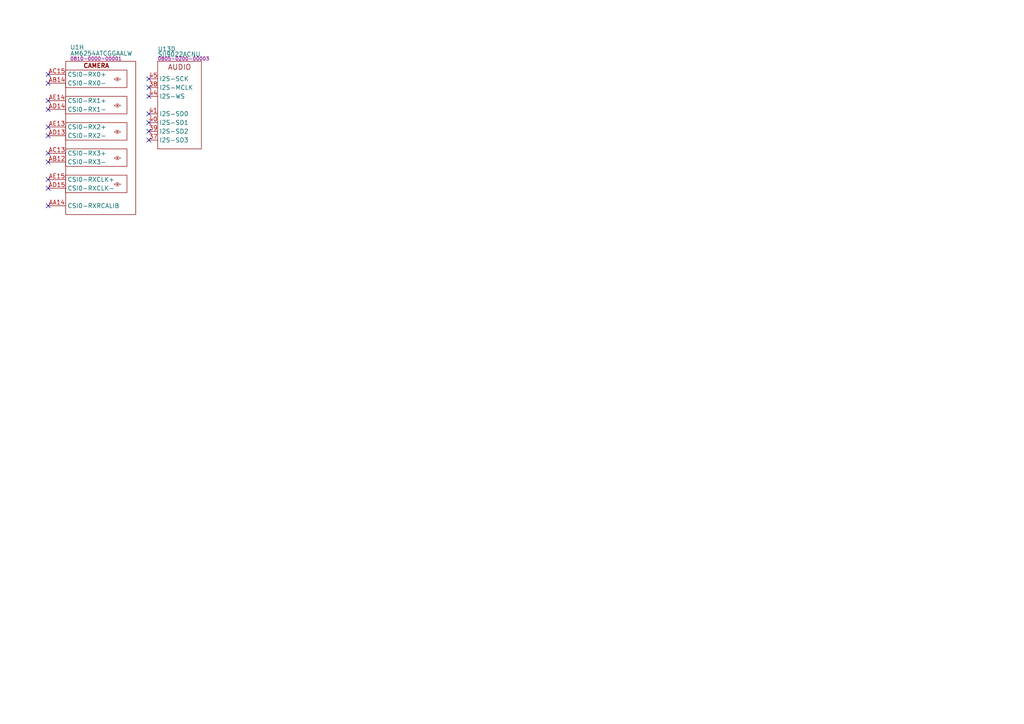
<source format=kicad_sch>
(kicad_sch (version 20250114) (generator "eeschema") (generator_version "9.0")
  (paper "A4")
  (title_block (title "Benchy Motherboard AM65 - Unused Blocks") (rev "REV1") (company "Daxxn Industries") (comment 4 "Small net labels (≤0.65) are for clarity and do not connect to other nets."))
  (lib_symbols
    (symbol "DX_IC_Interface_HDMI:SII9022ACNU"
      (property "Reference" "U" (at 0 3.556 0))
      (property "Value" "SII9022ACNU" (at 0 2.032 0))
      (property "PartNumber" "0805-0200-00003" (at 0 0.762 0))
      (symbol "SII9022ACNU_1_0"
        (pin power_in line (at -2.54 -5.08 0) (length 2.54) (hide yes) (name "VCC-IO") (number "21"))
        (pin power_in line (at -2.54 -5.08 0) (length 2.54) (name "VCC-IO") (number "3"))
        (pin power_in line (at -2.54 -5.08 0) (length 2.54) (hide yes) (name "VCC-IO") (number "46"))
        (pin power_in line (at -2.54 -12.7 0) (length 2.54) (hide yes) (name "VCC-CORE") (number "12"))
        (pin power_in line (at -2.54 -12.7 0) (length 2.54) (hide yes) (name "VCC-CORE") (number "26"))
        (pin power_in line (at -2.54 -12.7 0) (length 2.54) (hide yes) (name "VCC-CORE") (number "42"))
        (pin power_in line (at -2.54 -12.7 0) (length 2.54) (hide yes) (name "VCC-CORE") (number "47"))
        (pin power_in line (at -2.54 -12.7 0) (length 2.54) (name "VCC-CORE") (number "5"))
        (pin power_in line (at -2.54 -12.7 0) (length 2.54) (hide yes) (name "VCC-CORE") (number "53"))
        (pin power_in line (at -2.54 -20.32 0) (length 2.54) (name "AVCC") (number "60"))
        (pin power_in line (at -2.54 -20.32 0) (length 2.54) (hide yes) (name "AVCC") (number "66"))
        (pin power_in line (at -2.54 -30.48 0) (length 2.54) (name "GND-CORE") (number "43"))
        (pin power_in line (at -2.54 -30.48 0) (length 2.54) (name "GND-CORE") (number "73"))
        (pin power_in line (at -2.54 -33.02 0) (length 2.54) (name "GND-IO") (number "57"))
        (pin power_in line (at -2.54 -35.56 0) (length 2.54) (name "AGND") (number "63"))
      )
      (symbol "SII9022ACNU_1_1"
        (text "x2" (at 5.842 -20.32 0) (effects (font (size 1.27 1.27)) (justify left)))
        (text "POWER" (at 7.62 -2.54 0) (effects (font (size 1.5 1.5)) (justify bottom)))
        (text "x3" (at 8.128 -5.08 0) (effects (font (size 1.27 1.27)) (justify left)))
        (text "x6" (at 10.16 -12.7 0) (effects (font (size 1.27 1.27)) (justify left)))
      )
      (symbol "SII9022ACNU_2_0"
        (pin input line (at -2.54 -5.08 0) (length 2.54) (name "~{RESET}") (number "51"))
        (pin output line (at -2.54 -8.89 0) (length 2.54) (name "INT") (number "52"))
        (pin passive line (at -2.54 -17.78 0) (length 2.54) (name "VDDQ") (number "70"))
        (pin passive line (at -2.54 -21.59 0) (length 2.54) (name "RSVDL") (number "55"))
        (pin bidirectional line (at 27.94 -5.08 180) (length 2.54) (name "CSCL") (number "1"))
        (pin bidirectional line (at 27.94 -8.89 180) (length 2.54) (name "CSDA") (number "2"))
        (pin input line (at 27.94 -13.97 180) (length 2.54) (name "IO-SEL") (number "69"))
        (pin input line (at 27.94 -16.51 180) (length 2.54) (name "CI2CA") (number "72"))
        (pin input line (at 27.94 -21.59 180) (length 2.54) (name "EXT-SWING") (number "56"))
      )
      (symbol "SII9022ACNU_2_1"
        (text "CTRL" (at 12.7 -2.54 0) (effects (font (size 1.5 1.5)) (justify bottom)))
      )
      (symbol "SII9022ACNU_3_0"
        (pin input line (at -2.54 -5.08 0) (length 2.54) (name "D0") (number "32"))
        (pin input line (at -2.54 -7.62 0) (length 2.54) (name "D1") (number "31"))
        (pin input line (at -2.54 -10.16 0) (length 2.54) (name "D2") (number "30"))
        (pin input line (at -2.54 -12.7 0) (length 2.54) (name "D3") (number "29"))
        (pin input line (at -2.54 -15.24 0) (length 2.54) (name "D4") (number "28"))
        (pin input line (at -2.54 -17.78 0) (length 2.54) (name "D5") (number "27"))
        (pin input line (at -2.54 -20.32 0) (length 2.54) (name "D6") (number "25"))
        (pin input line (at -2.54 -22.86 0) (length 2.54) (name "D7") (number "24"))
        (pin input line (at -2.54 -25.4 0) (length 2.54) (name "D8") (number "23"))
        (pin input line (at -2.54 -27.94 0) (length 2.54) (name "D9") (number "20"))
        (pin input line (at -2.54 -30.48 0) (length 2.54) (name "D10") (number "19"))
        (pin input line (at -2.54 -33.02 0) (length 2.54) (name "D11") (number "18"))
        (pin input line (at -2.54 -35.56 0) (length 2.54) (name "D12") (number "17"))
        (pin input line (at -2.54 -38.1 0) (length 2.54) (name "D13") (number "16"))
        (pin input line (at -2.54 -40.64 0) (length 2.54) (name "D14") (number "15"))
        (pin input line (at -2.54 -43.18 0) (length 2.54) (name "D15") (number "14"))
        (pin input line (at -2.54 -45.72 0) (length 2.54) (name "D16") (number "13"))
        (pin input line (at -2.54 -48.26 0) (length 2.54) (name "D17") (number "11"))
        (pin input line (at -2.54 -50.8 0) (length 2.54) (name "D18") (number "10"))
        (pin input line (at -2.54 -53.34 0) (length 2.54) (name "D19") (number "9"))
        (pin input line (at -2.54 -55.88 0) (length 2.54) (name "D20") (number "8"))
        (pin input line (at -2.54 -58.42 0) (length 2.54) (name "D21") (number "7"))
        (pin input line (at -2.54 -60.96 0) (length 2.54) (name "D22") (number "6"))
        (pin input line (at -2.54 -63.5 0) (length 2.54) (name "D23") (number "4"))
        (pin input line (at -2.54 -66.04 0) (length 2.54) (name "IDCK") (number "22"))
        (pin input line (at -2.54 -68.58 0) (length 2.54) (name "DE") (number "33"))
        (pin input line (at -2.54 -71.12 0) (length 2.54) (name "HSYNC") (number "34"))
        (pin input line (at -2.54 -73.66 0) (length 2.54) (name "VSYNC") (number "35"))
        (pin bidirectional line (at -2.54 -78.74 0) (length 2.54) (name "CEC-D") (number "50"))
        (pin output line (at 27.94 -5.08 180) (length 2.54) (name "TXC+") (number "59"))
        (pin output line (at 27.94 -7.62 180) (length 2.54) (name "TXC-") (number "58"))
        (pin output line (at 27.94 -12.7 180) (length 2.54) (name "TX0+") (number "62"))
        (pin output line (at 27.94 -15.24 180) (length 2.54) (name "TX0-") (number "61"))
        (pin output line (at 27.94 -20.32 180) (length 2.54) (name "TX1+") (number "65"))
        (pin output line (at 27.94 -22.86 180) (length 2.54) (name "TX1-") (number "64"))
        (pin output line (at 27.94 -27.94 180) (length 2.54) (name "TX2+") (number "68"))
        (pin output line (at 27.94 -30.48 180) (length 2.54) (name "TX2-") (number "67"))
        (pin bidirectional line (at 27.94 -38.1 180) (length 2.54) (name "DSCL") (number "49"))
        (pin bidirectional line (at 27.94 -40.64 180) (length 2.54) (name "DSDA") (number "48"))
        (pin bidirectional line (at 27.94 -45.72 180) (length 2.54) (name "CEC-A") (number "71"))
        (pin input line (at 27.94 -50.8 180) (length 2.54) (name "HPD") (number "54"))
        (pin input line (at 27.94 -58.42 180) (length 2.54) (name "SPDIF") (number "36"))
      )
      (symbol "SII9022ACNU_3_1"
        (text "DISPLAY" (at 12.7 -2.54 0) (effects (font (size 1.5 1.5)) (justify bottom)))
      )
      (symbol "SII9022ACNU_4_0"
        (pin input line (at -2.54 -5.08 0) (length 2.54) (name "I2S-SCK") (number "45"))
        (pin input line (at -2.54 -7.62 0) (length 2.54) (name "I2S-MCLK") (number "38"))
        (pin input line (at -2.54 -10.16 0) (length 2.54) (name "I2S-WS") (number "44"))
        (pin input line (at -2.54 -15.24 0) (length 2.54) (name "I2S-SD0") (number "41"))
        (pin input line (at -2.54 -17.78 0) (length 2.54) (name "I2S-SD1") (number "40"))
        (pin input line (at -2.54 -20.32 0) (length 2.54) (name "I2S-SD2") (number "39"))
        (pin input line (at -2.54 -22.86 0) (length 2.54) (name "I2S-SD3") (number "37"))
      )
      (symbol "SII9022ACNU_4_1"
        (text "AUDIO" (at 6.35 -2.54 0) (effects (font (size 1.5 1.5)) (justify bottom)))
      )
    )
    (symbol "DX_IC_MPU:AM6254ATCGGAALW"
      (property "Reference" "U" (at 0 3.556 0))
      (property "Value" "AM6254ATCGGAALW" (at 0 2.032 0))
      (property "PartNumber" "0810-0000-00001" (at 0 0.762 0))
      (symbol "AM6254ATCGGAALW_1_1"
        (text "x62" (at 5.08 -116.84 0) (effects (font (size 1.27 1.27)) (justify left)))
        (text "x2" (at 9.144 -10.16 0) (effects (font (size 1.27 1.27)) (justify left)))
        (text "x2" (at 9.144 -12.7 0) (effects (font (size 1.27 1.27)) (justify left)))
        (text "x2" (at 9.144 -15.24 0) (effects (font (size 1.27 1.27)) (justify left)))
        (text "x4" (at 9.144 -17.78 0) (effects (font (size 1.27 1.27)) (justify left)))
        (text "x4" (at 10.16 -66.04 0) (effects (font (size 1.27 1.27)) (justify left)))
        (text "x17" (at 10.16 -71.12 0) (effects (font (size 1.27 1.27)) (justify left)))
        (text "x8" (at 11.176 -73.66 0) (effects (font (size 1.27 1.27)) (justify left)))
        (text "x2" (at 12.446 -27.94 0) (effects (font (size 1.27 1.27)) (justify left)))
        (text "POWER" (at 12.7 -2.54 0) (effects (font (size 2 2) (bold yes))))
        (text "x2" (at 16.764 -53.34 0) (effects (font (size 1.27 1.27)) (justify left)))
        (pin power_in line (at -5.08 -5.08 0) (length 5.08) (name "VDDA-3P3-USB") (number "Y13"))
        (pin power_in line (at -5.08 -10.16 0) (length 5.08) (name "VDDSHV0") (number "F15"))
        (pin power_in line (at -5.08 -10.16 0) (length 5.08) (hide yes) (name "VDDSHV0") (number "G14"))
        (pin power_in line (at -5.08 -12.7 0) (length 5.08) (hide yes) (name "VDDSHV1") (number "L18"))
        (pin power_in line (at -5.08 -12.7 0) (length 5.08) (name "VDDSHV1") (number "M19"))
        (pin power_in line (at -5.08 -15.24 0) (length 5.08) (hide yes) (name "VDDSHV2") (number "W16"))
        (pin power_in line (at -5.08 -15.24 0) (length 5.08) (name "VDDSHV2") (number "W19"))
        (pin power_in line (at -5.08 -17.78 0) (length 5.08) (hide yes) (name "VDDSHV3") (number "N18"))
        (pin power_in line (at -5.08 -17.78 0) (length 5.08) (hide yes) (name "VDDSHV3") (number "P18"))
        (pin power_in line (at -5.08 -17.78 0) (length 5.08) (name "VDDSHV3") (number "T19"))
        (pin power_in line (at -5.08 -17.78 0) (length 5.08) (hide yes) (name "VDDSHV3") (number "U18"))
        (pin power_in line (at -5.08 -20.32 0) (length 5.08) (name "VDDSHV4") (number "T7"))
        (pin power_in line (at -5.08 -22.86 0) (length 5.08) (name "VDDSHV5") (number "G17"))
        (pin power_in line (at -5.08 -25.4 0) (length 5.08) (name "VDDSHV6") (number "J18"))
        (pin power_in line (at -5.08 -27.94 0) (length 5.08) (name "VDDSHV-MCU") (number "F11"))
        (pin power_in line (at -5.08 -27.94 0) (length 5.08) (hide yes) (name "VDDSHV-MCU") (number "G12"))
        (pin power_in line (at -5.08 -30.48 0) (length 5.08) (name "VDDSHV-CANUART") (number "H9"))
        (pin power_in line (at -5.08 -35.56 0) (length 5.08) (name "VDDA-MCU") (number "L11"))
        (pin power_in line (at -5.08 -38.1 0) (length 5.08) (name "VDDA-PLL0") (number "U11"))
        (pin power_in line (at -5.08 -40.64 0) (length 5.08) (name "VDDA-PLL1") (number "U15"))
        (pin power_in line (at -5.08 -43.18 0) (length 5.08) (name "VDDA-PLL2") (number "L14"))
        (pin power_in line (at -5.08 -45.72 0) (length 5.08) (name "VDDA-TEMP0") (number "T9"))
        (pin power_in line (at -5.08 -48.26 0) (length 5.08) (name "VDDA-TEMP1") (number "G16"))
        (pin power_in line (at -5.08 -50.8 0) (length 5.08) (name "VDDA-1P8-CSIRX0") (number "W14"))
        (pin power_in line (at -5.08 -53.34 0) (length 5.08) (name "VDDA-1P8-OLDI0") (number "W10"))
        (pin power_in line (at -5.08 -53.34 0) (length 5.08) (hide yes) (name "VDDA-1P8-OLDI0") (number "W9"))
        (pin power_in line (at -5.08 -55.88 0) (length 5.08) (name "VDDA-1P8-USB") (number "Y11"))
        (pin power_in line (at -5.08 -58.42 0) (length 5.08) (name "VDDS-OSC0") (number "G7"))
        (pin power_in line (at -5.08 -63.5 0) (length 5.08) (name "VDDS-DDR-C") (number "M9"))
        (pin power_in line (at -5.08 -66.04 0) (length 5.08) (name "VDDS-DDR") (number "K9"))
        (pin power_in line (at -5.08 -66.04 0) (length 5.08) (hide yes) (name "VDDS-DDR") (number "L8"))
        (pin power_in line (at -5.08 -66.04 0) (length 5.08) (hide yes) (name "VDDS-DDR") (number "P9"))
        (pin power_in line (at -5.08 -66.04 0) (length 5.08) (hide yes) (name "VDDS-DDR") (number "R8"))
        (pin power_in line (at -5.08 -71.12 0) (length 5.08) (name "VDD_CORE") (number "H8"))
        (pin power_in line (at -5.08 -71.12 0) (length 5.08) (hide yes) (name "VDD_CORE") (number "J11"))
        (pin power_in line (at -5.08 -71.12 0) (length 5.08) (hide yes) (name "VDD_CORE") (number "J14"))
        (pin power_in line (at -5.08 -71.12 0) (length 5.08) (hide yes) (name "VDD_CORE") (number "K17"))
        (pin power_in line (at -5.08 -71.12 0) (length 5.08) (hide yes) (name "VDD_CORE") (number "L12"))
        (pin power_in line (at -5.08 -71.12 0) (length 5.08) (hide yes) (name "VDD_CORE") (number "L15"))
        (pin power_in line (at -5.08 -71.12 0) (length 5.08) (hide yes) (name "VDD_CORE") (number "M16"))
        (pin power_in line (at -5.08 -71.12 0) (length 5.08) (hide yes) (name "VDD_CORE") (number "N11"))
        (pin power_in line (at -5.08 -71.12 0) (length 5.08) (hide yes) (name "VDD_CORE") (number "N13"))
        (pin power_in line (at -5.08 -71.12 0) (length 5.08) (hide yes) (name "VDD_CORE") (number "N8"))
        (pin power_in line (at -5.08 -71.12 0) (length 5.08) (hide yes) (name "VDD_CORE") (number "P17"))
        (pin power_in line (at -5.08 -71.12 0) (length 5.08) (hide yes) (name "VDD_CORE") (number "R11"))
        (pin power_in line (at -5.08 -71.12 0) (length 5.08) (hide yes) (name "VDD_CORE") (number "R14"))
        (pin power_in line (at -5.08 -71.12 0) (length 5.08) (hide yes) (name "VDD_CORE") (number "U12"))
        (pin power_in line (at -5.08 -71.12 0) (length 5.08) (hide yes) (name "VDD_CORE") (number "V15"))
        (pin power_in line (at -5.08 -71.12 0) (length 5.08) (hide yes) (name "VDD_CORE") (number "V17"))
        (pin power_in line (at -5.08 -71.12 0) (length 5.08) (hide yes) (name "VDD_CORE") (number "V8"))
        (pin power_in line (at -5.08 -73.66 0) (length 5.08) (name "VDDR-CORE") (number "J12"))
        (pin power_in line (at -5.08 -73.66 0) (length 5.08) (hide yes) (name "VDDR-CORE") (number "K16"))
        (pin power_in line (at -5.08 -73.66 0) (length 5.08) (hide yes) (name "VDDR-CORE") (number "N12"))
        (pin power_in line (at -5.08 -73.66 0) (length 5.08) (hide yes) (name "VDDR-CORE") (number "N14"))
        (pin power_in line (at -5.08 -73.66 0) (length 5.08) (hide yes) (name "VDDR-CORE") (number "P16"))
        (pin power_in line (at -5.08 -73.66 0) (length 5.08) (hide yes) (name "VDDR-CORE") (number "R12"))
        (pin power_in line (at -5.08 -73.66 0) (length 5.08) (hide yes) (name "VDDR-CORE") (number "T10"))
        (pin power_in line (at -5.08 -73.66 0) (length 5.08) (hide yes) (name "VDDR-CORE") (number "U14"))
        (pin power_in line (at -5.08 -76.2 0) (length 5.08) (name "VDD-CANUART") (number "F8"))
        (pin power_in line (at -5.08 -78.74 0) (length 5.08) (name "VDDA-CORE-CSIRX0") (number "W13"))
        (pin power_in line (at -5.08 -81.28 0) (length 5.08) (name "VDDA-CORE-USB") (number "W12"))
        (pin power_in line (at -5.08 -86.36 0) (length 5.08) (name "CAP-VDDS-CANUART") (number "G9"))
        (pin power_in line (at -5.08 -88.9 0) (length 5.08) (name "CAP-VDDS0") (number "H15"))
        (pin power_in line (at -5.08 -91.44 0) (length 5.08) (name "CAP-VDDS1") (number "K18"))
        (pin power_in line (at -5.08 -93.98 0) (length 5.08) (name "CAP-VDDS2") (number "W17"))
        (pin power_in line (at -5.08 -96.52 0) (length 5.08) (name "CAP-VDDS3") (number "P19"))
        (pin power_in line (at -5.08 -99.06 0) (length 5.08) (name "CAP-VDDS4") (number "U7"))
        (pin power_in line (at -5.08 -101.6 0) (length 5.08) (name "CAP-VDDS5") (number "H17"))
        (pin power_in line (at -5.08 -104.14 0) (length 5.08) (name "CAP-VDDS6") (number "J19"))
        (pin power_in line (at -5.08 -106.68 0) (length 5.08) (name "CAP-VDDS-MCU") (number "H11"))
        (pin power_in line (at -5.08 -116.84 0) (length 5.08) (name "VSS") (number "A1"))
        (pin power_in line (at -5.08 -116.84 0) (length 5.08) (hide yes) (name "VSS") (number "A24"))
        (pin power_in line (at -5.08 -116.84 0) (length 5.08) (hide yes) (name "VSS") (number "A25"))
        (pin power_in line (at -5.08 -116.84 0) (length 5.08) (hide yes) (name "VSS") (number "AA11"))
        (pin power_in line (at -5.08 -116.84 0) (length 5.08) (hide yes) (name "VSS") (number "AB9"))
        (pin power_in line (at -5.08 -116.84 0) (length 5.08) (hide yes) (name "VSS") (number "AD1"))
        (pin power_in line (at -5.08 -116.84 0) (length 5.08) (hide yes) (name "VSS") (number "AD12"))
        (pin power_in line (at -5.08 -116.84 0) (length 5.08) (hide yes) (name "VSS") (number "AD16"))
        (pin power_in line (at -5.08 -116.84 0) (length 5.08) (hide yes) (name "VSS") (number "AD25"))
        (pin power_in line (at -5.08 -116.84 0) (length 5.08) (hide yes) (name "VSS") (number "AD9"))
        (pin power_in line (at -5.08 -116.84 0) (length 5.08) (hide yes) (name "VSS") (number "AE1"))
        (pin power_in line (at -5.08 -116.84 0) (length 5.08) (hide yes) (name "VSS") (number "AE12"))
        (pin power_in line (at -5.08 -116.84 0) (length 5.08) (hide yes) (name "VSS") (number "AE16"))
        (pin power_in line (at -5.08 -116.84 0) (length 5.08) (hide yes) (name "VSS") (number "AE24"))
        (pin power_in line (at -5.08 -116.84 0) (length 5.08) (hide yes) (name "VSS") (number "AE25"))
        (pin power_in line (at -5.08 -116.84 0) (length 5.08) (hide yes) (name "VSS") (number "AE8"))
        (pin power_in line (at -5.08 -116.84 0) (length 5.08) (hide yes) (name "VSS") (number "B25"))
        (pin power_in line (at -5.08 -116.84 0) (length 5.08) (hide yes) (name "VSS") (number "F13"))
        (pin power_in line (at -5.08 -116.84 0) (length 5.08) (hide yes) (name "VSS") (number "G13"))
        (pin power_in line (at -5.08 -116.84 0) (length 5.08) (hide yes) (name "VSS") (number "G19"))
        (pin power_in line (at -5.08 -116.84 0) (length 5.08) (hide yes) (name "VSS") (number "H13"))
        (pin power_in line (at -5.08 -116.84 0) (length 5.08) (hide yes) (name "VSS") (number "H16"))
        (pin power_in line (at -5.08 -116.84 0) (length 5.08) (hide yes) (name "VSS") (number "H18"))
        (pin power_in line (at -5.08 -116.84 0) (length 5.08) (hide yes) (name "VSS") (number "H20"))
        (pin power_in line (at -5.08 -116.84 0) (length 5.08) (hide yes) (name "VSS") (number "J13"))
        (pin power_in line (at -5.08 -116.84 0) (length 5.08) (hide yes) (name "VSS") (number "J7"))
        (pin power_in line (at -5.08 -116.84 0) (length 5.08) (hide yes) (name "VSS") (number "K13"))
        (pin power_in line (at -5.08 -116.84 0) (length 5.08) (hide yes) (name "VSS") (number "K15"))
        (pin power_in line (at -5.08 -116.84 0) (length 5.08) (hide yes) (name "VSS") (number "K19"))
        (pin power_in line (at -5.08 -116.84 0) (length 5.08) (hide yes) (name "VSS") (number "K7"))
        (pin power_in line (at -5.08 -116.84 0) (length 5.08) (hide yes) (name "VSS") (number "L20"))
        (pin power_in line (at -5.08 -116.84 0) (length 5.08) (hide yes) (name "VSS") (number "M10"))
        (pin power_in line (at -5.08 -116.84 0) (length 5.08) (hide yes) (name "VSS") (number "M12"))
        (pin power_in line (at -5.08 -116.84 0) (length 5.08) (hide yes) (name "VSS") (number "M13"))
        (pin power_in line (at -5.08 -116.84 0) (length 5.08) (hide yes) (name "VSS") (number "M17"))
        (pin power_in line (at -5.08 -116.84 0) (length 5.08) (hide yes) (name "VSS") (number "M18"))
        (pin power_in line (at -5.08 -116.84 0) (length 5.08) (hide yes) (name "VSS") (number "M7"))
        (pin power_in line (at -5.08 -116.84 0) (length 5.08) (hide yes) (name "VSS") (number "M8"))
        (pin power_in line (at -5.08 -116.84 0) (length 5.08) (hide yes) (name "VSS") (number "N15"))
        (pin power_in line (at -5.08 -116.84 0) (length 5.08) (hide yes) (name "VSS") (number "P10"))
        (pin power_in line (at -5.08 -116.84 0) (length 5.08) (hide yes) (name "VSS") (number "P13"))
        (pin power_in line (at -5.08 -116.84 0) (length 5.08) (hide yes) (name "VSS") (number "P7"))
        (pin power_in line (at -5.08 -116.84 0) (length 5.08) (hide yes) (name "VSS") (number "R13"))
        (pin power_in line (at -5.08 -116.84 0) (length 5.08) (hide yes) (name "VSS") (number "R15"))
        (pin power_in line (at -5.08 -116.84 0) (length 5.08) (hide yes) (name "VSS") (number "R18"))
        (pin power_in line (at -5.08 -116.84 0) (length 5.08) (hide yes) (name "VSS") (number "R20"))
        (pin power_in line (at -5.08 -116.84 0) (length 5.08) (hide yes) (name "VSS") (number "T13"))
        (pin power_in line (at -5.08 -116.84 0) (length 5.08) (hide yes) (name "VSS") (number "T14"))
        (pin power_in line (at -5.08 -116.84 0) (length 5.08) (hide yes) (name "VSS") (number "T16"))
        (pin power_in line (at -5.08 -116.84 0) (length 5.08) (hide yes) (name "VSS") (number "T17"))
        (pin power_in line (at -5.08 -116.84 0) (length 5.08) (hide yes) (name "VSS") (number "T18"))
        (pin power_in line (at -5.08 -116.84 0) (length 5.08) (hide yes) (name "VSS") (number "T8"))
        (pin power_in line (at -5.08 -116.84 0) (length 5.08) (hide yes) (name "VSS") (number "U19"))
        (pin power_in line (at -5.08 -116.84 0) (length 5.08) (hide yes) (name "VSS") (number "U8"))
        (pin power_in line (at -5.08 -116.84 0) (length 5.08) (hide yes) (name "VSS") (number "V10"))
        (pin power_in line (at -5.08 -116.84 0) (length 5.08) (hide yes) (name "VSS") (number "V11"))
        (pin power_in line (at -5.08 -116.84 0) (length 5.08) (hide yes) (name "VSS") (number "V13"))
        (pin power_in line (at -5.08 -116.84 0) (length 5.08) (hide yes) (name "VSS") (number "V16"))
        (pin power_in line (at -5.08 -116.84 0) (length 5.08) (hide yes) (name "VSS") (number "V18"))
        (pin power_in line (at -5.08 -116.84 0) (length 5.08) (hide yes) (name "VSS") (number "V9"))
        (pin power_in line (at -5.08 -116.84 0) (length 5.08) (hide yes) (name "VSS") (number "W7"))
        (pin power_in line (at -5.08 -116.84 0) (length 5.08) (hide yes) (name "VSS") (number "Y2"))
        (pin no_connect line (at 11.43 38.1 0) (length 5.08) (hide yes) (name "RSVD0") (number "B1"))
        (pin no_connect line (at 11.43 35.56 0) (length 5.08) (hide yes) (name "RSVD1") (number "A2"))
        (pin no_connect line (at 11.43 33.02 0) (length 5.08) (hide yes) (name "RSVD2") (number "F6"))
        (pin no_connect line (at 11.43 30.48 0) (length 5.08) (hide yes) (name "RSVD3") (number "AE2"))
        (pin no_connect line (at 11.43 27.94 0) (length 5.08) (hide yes) (name "RSVD4") (number "T2"))
        (pin no_connect line (at 11.43 25.4 0) (length 5.08) (hide yes) (name "RSVD5") (number "U4"))
        (pin no_connect line (at 11.43 22.86 0) (length 5.08) (hide yes) (name "RSVD6") (number "AA12"))
        (pin no_connect line (at 11.43 20.32 0) (length 5.08) (hide yes) (name "RSVD7") (number "Y15"))
        (pin no_connect line (at 11.43 17.78 0) (length 5.08) (hide yes) (name "RSVD8") (number "E7"))
        (pin power_in line (at 30.48 -6.35 180) (length 5.08) (name "VPP") (number "J8"))
      )
      (symbol "AM6254ATCGGAALW_2_1"
        (text "CONTROL" (at 19.05 -1.27 0) (effects (font (size 1.27 1.27) (bold yes))))
        (text "MCU" (at 19.05 -24.384 0) (effects (font (size 1.27 1.27) (bold yes))))
        (pin input line (at -5.08 -3.81 0) (length 5.08) (name "~{RESET-REQ}") (number "F20"))
        (pin input line (at -5.08 -6.35 0) (length 5.08) (name "MCU-~{RESET}") (number "E11"))
        (pin input line (at -5.08 -11.43 0) (length 5.08) (name "EXTINTn") (number "D16"))
        (pin input line (at -5.08 -15.24 0) (length 5.08) (name "EXT-REFCLK1") (number "A18"))
        (pin input line (at -5.08 -20.32 0) (length 5.08) (name "~{MCU-POR}") (number "D2"))
        (pin input line (at -5.08 -30.48 0) (length 5.08) (name "MCU-OSC0-XI") (number "B2"))
        (pin output line (at -5.08 -33.02 0) (length 5.08) (name "MCU-OSC0-XO") (number "A3"))
        (pin input line (at -5.08 -40.64 0) (length 5.08) (name "WKUP-LFOSC0-XI") (number "C2"))
        (pin output line (at -5.08 -43.18 0) (length 5.08) (name "WKUP-LFOSC0-XO") (number "C1"))
        (pin bidirectional line (at -5.08 -50.8 0) (length 5.08) (name "MCU-UART0-TXD") (number "A5"))
        (pin input line (at -5.08 -53.34 0) (length 5.08) (name "MCU-UART0-RXD") (number "B5"))
        (pin bidirectional line (at -5.08 -55.88 0) (length 5.08) (name "MCU-UART0-CTSn") (number "A6"))
        (pin output line (at -5.08 -58.42 0) (length 5.08) (name "MCU-UART0-RTSn") (number "B6"))
        (pin output line (at 43.18 -3.81 180) (length 5.08) (name "~{RESETSTA}") (number "F22"))
        (pin output line (at 43.18 -6.35 180) (length 5.08) (name "MCU-~{RESET-STAT}") (number "B12"))
        (pin output line (at 43.18 -11.43 180) (length 5.08) (name "PMIC-LPM-EN0") (number "B7"))
        (pin bidirectional line (at 43.18 -15.24 180) (length 5.08) (name "MCU-~{ERROR}") (number "D1"))
        (pin output line (at 43.18 -20.32 180) (length 5.08) (name "~{POR}-OUT") (number "E21"))
        (pin bidirectional line (at 43.18 -27.94 180) (length 5.08) (name "MCU-I2C0-SCL") (number "A8"))
        (pin bidirectional line (at 43.18 -30.48 180) (length 5.08) (name "MCU-I2C0-SDA") (number "D10"))
        (pin input line (at 43.18 -35.56 180) (length 5.08) (name "MCU-MCAN0-RX") (number "B3"))
        (pin output line (at 43.18 -38.1 180) (length 5.08) (name "MCU-MCAN0-TX") (number "D6"))
        (pin input line (at 43.18 -40.64 180) (length 5.08) (name "MCU-MCAN1-RX") (number "D4"))
        (pin output line (at 43.18 -43.18 180) (length 5.08) (name "MCU-MCAN1-TX") (number "E5"))
        (pin bidirectional line (at 43.18 -48.26 180) (length 5.08) (name "MCU-SPI0-CLK") (number "A7"))
        (pin bidirectional line (at 43.18 -50.8 180) (length 5.08) (name "MCU-SPI0-D0") (number "D9"))
        (pin bidirectional line (at 43.18 -53.34 180) (length 5.08) (name "MCU-SPI0-D1") (number "C9"))
        (pin bidirectional line (at 43.18 -55.88 180) (length 5.08) (name "MCU-SPI0-CS0") (number "E8"))
        (pin bidirectional line (at 43.18 -58.42 180) (length 5.08) (name "MCU-SPI0-CS1") (number "B8"))
      )
      (symbol "AM6254ATCGGAALW_3_1"
        (text "DEBUG" (at 6.35 -1.524 0) (effects (font (size 1.27 1.27) (bold yes))))
        (pin bidirectional line (at -5.08 -5.08 0) (length 5.08) (name "EMU0") (number "E12"))
        (pin bidirectional line (at -5.08 -7.62 0) (length 5.08) (name "EMU1") (number "C11"))
        (pin input line (at -5.08 -12.7 0) (length 5.08) (name "TCK") (number "A10"))
        (pin input line (at -5.08 -15.24 0) (length 5.08) (name "TDI") (number "A11"))
        (pin output line (at -5.08 -17.78 0) (length 5.08) (name "TDO") (number "D12"))
        (pin input line (at -5.08 -20.32 0) (length 5.08) (name "TMS") (number "B11"))
        (pin input line (at -5.08 -22.86 0) (length 5.08) (name "~{TRST}") (number "B10"))
      )
      (symbol "AM6254ATCGGAALW_4_1"
        (text "DDR MEMORY" (at 25.4 -1.524 0) (effects (font (size 1.27 1.27) (bold yes))))
        (pin bidirectional line (at -5.08 -10.16 0) (length 5.08) (name "DDR0-~{ALERT}") (number "R3"))
        (pin output line (at -5.08 -12.7 0) (length 5.08) (name "DDR0-~{CAS}") (number "M4"))
        (pin output line (at -5.08 -15.24 0) (length 5.08) (name "DDR0-PAR") (number "T1"))
        (pin output line (at -5.08 -17.78 0) (length 5.08) (name "DDR0-~{WE}") (number "N3"))
        (pin output line (at -5.08 -20.32 0) (length 5.08) (name "DDR0-~{RAS}") (number "M5"))
        (pin output line (at -5.08 -22.86 0) (length 5.08) (name "DDR0-~{ACT}") (number "N6"))
        (pin output line (at -5.08 -25.4 0) (length 5.08) (name "DDR0-~{RESET0}") (number "G1"))
        (pin output line (at -5.08 -33.02 0) (length 5.08) (name "DDR0-CK0+") (number "L1"))
        (pin output line (at -5.08 -35.56 0) (length 5.08) (name "DDR0-CK0-") (number "L2"))
        (pin output line (at -5.08 -40.64 0) (length 5.08) (name "DDR0-~{CS0}") (number "L6"))
        (pin output line (at -5.08 -43.18 0) (length 5.08) (name "DDR0-~{CS1}") (number "K2"))
        (pin output line (at -5.08 -48.26 0) (length 5.08) (name "DDR0-BA0") (number "M1"))
        (pin output line (at -5.08 -50.8 0) (length 5.08) (name "DDR0-BA1") (number "N1"))
        (pin output line (at -5.08 -58.42 0) (length 5.08) (name "DDR0-CKE0") (number "H2"))
        (pin output line (at -5.08 -60.96 0) (length 5.08) (name "DDR0-CKE1") (number "J4"))
        (pin bidirectional line (at -5.08 -66.04 0) (length 5.08) (name "DDR0-DM0") (number "H5"))
        (pin bidirectional line (at -5.08 -68.58 0) (length 5.08) (name "DDR0-DM1") (number "W5"))
        (pin output line (at -5.08 -73.66 0) (length 5.08) (name "DDR0-BG0") (number "T4"))
        (pin output line (at -5.08 -76.2 0) (length 5.08) (name "DDR0-BG1") (number "N2"))
        (pin output line (at -5.08 -81.28 0) (length 5.08) (name "DDR0-ODT0") (number "H1"))
        (pin output line (at -5.08 -83.82 0) (length 5.08) (name "DDR0-ODT1") (number "J3"))
        (pin passive line (at -5.08 -93.98 0) (length 5.08) (name "DDR0-CAL0") (number "M2"))
        (pin output line (at 55.88 -5.08 180) (length 5.08) (name "DDR0-A0") (number "J1"))
        (pin output line (at 55.88 -7.62 180) (length 5.08) (name "DDR0-A1") (number "J2"))
        (pin output line (at 55.88 -10.16 180) (length 5.08) (name "DDR0-A2") (number "K3"))
        (pin output line (at 55.88 -12.7 180) (length 5.08) (name "DDR0-A3") (number "L5"))
        (pin output line (at 55.88 -15.24 180) (length 5.08) (name "DDR0-A4") (number "K4"))
        (pin output line (at 55.88 -17.78 180) (length 5.08) (name "DDR0-A5") (number "K1"))
        (pin output line (at 55.88 -20.32 180) (length 5.08) (name "DDR0-A6") (number "R2"))
        (pin output line (at 55.88 -22.86 180) (length 5.08) (name "DDR0-A7") (number "P2"))
        (pin output line (at 55.88 -25.4 180) (length 5.08) (name "DDR0-A8") (number "P1"))
        (pin output line (at 55.88 -27.94 180) (length 5.08) (name "DDR0-A9") (number "P4"))
        (pin output line (at 55.88 -30.48 180) (length 5.08) (name "DDR0-A10") (number "R5"))
        (pin output line (at 55.88 -33.02 180) (length 5.08) (name "DDR0-A11") (number "P5"))
        (pin output line (at 55.88 -35.56 180) (length 5.08) (name "DDR0-A12") (number "R6"))
        (pin output line (at 55.88 -38.1 180) (length 5.08) (name "DDR0-A13") (number "R1"))
        (pin bidirectional line (at 55.88 -45.72 180) (length 5.08) (name "DDR0-DQ0") (number "F4"))
        (pin bidirectional line (at 55.88 -48.26 180) (length 5.08) (name "DDR0-DQ1") (number "G5"))
        (pin bidirectional line (at 55.88 -50.8 180) (length 5.08) (name "DDR0-DQ2") (number "F3"))
        (pin bidirectional line (at 55.88 -53.34 180) (length 5.08) (name "DDR0-DQ3") (number "H6"))
        (pin bidirectional line (at 55.88 -55.88 180) (length 5.08) (name "DDR0-DQ4") (number "E3"))
        (pin bidirectional line (at 55.88 -58.42 180) (length 5.08) (name "DDR0-DQ5") (number "G2"))
        (pin bidirectional line (at 55.88 -60.96 180) (length 5.08) (name "DDR0-DQ6") (number "F2"))
        (pin bidirectional line (at 55.88 -63.5 180) (length 5.08) (name "DDR0-DQ7") (number "F1"))
        (pin bidirectional line (at 55.88 -66.04 180) (length 5.08) (name "DDR0-DQS0+") (number "E1"))
        (pin bidirectional line (at 55.88 -68.58 180) (length 5.08) (name "DDR0-DQS0-") (number "E2"))
        (pin bidirectional line (at 55.88 -71.12 180) (length 5.08) (name "DDR0-DQ8") (number "U1"))
        (pin bidirectional line (at 55.88 -73.66 180) (length 5.08) (name "DDR0-DQ9") (number "U3"))
        (pin bidirectional line (at 55.88 -76.2 180) (length 5.08) (name "DDR0-DQ10") (number "U2"))
        (pin bidirectional line (at 55.88 -78.74 180) (length 5.08) (name "DDR0-DQ11") (number "V5"))
        (pin bidirectional line (at 55.88 -81.28 180) (length 5.08) (name "DDR0-DQ12") (number "W2"))
        (pin bidirectional line (at 55.88 -83.82 180) (length 5.08) (name "DDR0-DQ13") (number "V6"))
        (pin bidirectional line (at 55.88 -86.36 180) (length 5.08) (name "DDR0-DQ14") (number "Y1"))
        (pin bidirectional line (at 55.88 -88.9 180) (length 5.08) (name "DDR0-DQ15") (number "W1"))
        (pin bidirectional line (at 55.88 -91.44 180) (length 5.08) (name "DDR0-DQS1+") (number "V1"))
        (pin bidirectional line (at 55.88 -93.98 180) (length 5.08) (name "DDR0-DQS1-") (number "V2"))
      )
      (symbol "AM6254ATCGGAALW_5_1"
        (text "POWER MONITORS" (at 10.16 -1.524 0) (effects (font (size 1.27 1.27) (bold yes))))
        (pin input line (at -5.08 -5.08 0) (length 5.08) (name "VMON-1P8-SOC") (number "G10"))
        (pin input line (at -5.08 -10.16 0) (length 5.08) (name "VMON-3P3-SOC") (number "K10"))
        (pin input line (at -5.08 -15.24 0) (length 5.08) (name "VMON-VSYS") (number "H10"))
      )
      (symbol "AM6254ATCGGAALW_6_1"
        (text "ETHERNET" (at 19.05 -1.524 0) (effects (font (size 1.27 1.27) (bold yes))))
        (pin input line (at -5.08 -5.08 0) (length 5.08) (name "RGMII1-RXC") (number "AD17"))
        (pin input line (at -5.08 -7.62 0) (length 5.08) (name "RGMII1-RX-CTL") (number "AE17"))
        (pin output line (at -5.08 -10.16 0) (length 5.08) (name "RGMII1-TXC") (number "AE19"))
        (pin output line (at -5.08 -12.7 0) (length 5.08) (name "RGMII1-TX-CTL") (number "AD19"))
        (pin input line (at -5.08 -16.51 0) (length 5.08) (name "RGMII1-RD0") (number "AB17"))
        (pin input line (at -5.08 -19.05 0) (length 5.08) (name "RGMII1-RD1") (number "AC17"))
        (pin input line (at -5.08 -21.59 0) (length 5.08) (name "RGMII1-RD2") (number "AB16"))
        (pin input line (at -5.08 -24.13 0) (length 5.08) (name "RGMII1-RD3") (number "AA15"))
        (pin output line (at -5.08 -27.94 0) (length 5.08) (name "RGMII1-TD0") (number "AE20"))
        (pin output line (at -5.08 -30.48 0) (length 5.08) (name "RGMII1-TD1") (number "AD20"))
        (pin output line (at -5.08 -33.02 0) (length 5.08) (name "RGMII1-TD2") (number "AE18"))
        (pin output line (at -5.08 -35.56 0) (length 5.08) (name "RGMII1-TD3") (number "AD18"))
        (pin input line (at 43.18 -5.08 180) (length 5.08) (name "RGMII2-RXC") (number "AD23"))
        (pin input line (at 43.18 -7.62 180) (length 5.08) (name "RGMII2-RX-CTL") (number "AD22"))
        (pin output line (at 43.18 -10.16 180) (length 5.08) (name "RGMII2-TXC") (number "AE21"))
        (pin output line (at 43.18 -12.7 180) (length 5.08) (name "RGMII2-TX-CTL") (number "AA19"))
        (pin input line (at 43.18 -16.51 180) (length 5.08) (name "RGMII2-RD0") (number "AE23"))
        (pin input line (at 43.18 -19.05 180) (length 5.08) (name "RGMII2-RD1") (number "AB20"))
        (pin input line (at 43.18 -21.59 180) (length 5.08) (name "RGMII2-RD2") (number "AC21"))
        (pin input line (at 43.18 -24.13 180) (length 5.08) (name "RGMII2-RD3") (number "AE22"))
        (pin output line (at 43.18 -27.94 180) (length 5.08) (name "RGMII2-TD0") (number "Y18"))
        (pin output line (at 43.18 -30.48 180) (length 5.08) (name "RGMII2-TD1") (number "AA18"))
        (pin output line (at 43.18 -33.02 180) (length 5.08) (name "RGMII2-TD2") (number "AD21"))
        (pin output line (at 43.18 -35.56 180) (length 5.08) (name "RGMII2-TD3") (number "AC20"))
        (pin output line (at 43.18 -40.64 180) (length 5.08) (name "MDIO0-MDC") (number "AD24"))
        (pin bidirectional line (at 43.18 -43.18 180) (length 5.08) (name "MDIO0-MDIO") (number "AB22"))
      )
      (symbol "AM6254ATCGGAALW_7_1"
        (text "USB" (at 11.43 -1.27 0) (effects (font (size 1.27 1.27) (bold yes))))
        (pin input line (at 27.94 -3.81 180) (length 5.08) (name "USB0-VBUS") (number "AC11"))
        (pin bidirectional line (at 27.94 -11.43 180) (length 5.08) (name "USB0-D+") (number "AD11"))
        (pin bidirectional line (at 27.94 -13.97 180) (length 5.08) (name "USB0-D-") (number "AE11"))
        (pin output line (at 27.94 -21.59 180) (length 5.08) (name "USB0-DRVVBUS") (number "C20"))
        (pin input line (at 27.94 -24.13 180) (length 5.08) (name "USB0-RCALIB") (number "AE10"))
        (pin input line (at 27.94 -31.75 180) (length 5.08) (name "USB1-VBUS") (number "AB10"))
        (pin bidirectional line (at 27.94 -39.37 180) (length 5.08) (name "USB1-D+") (number "AE9"))
        (pin bidirectional line (at 27.94 -41.91 180) (length 5.08) (name "USB1-D-") (number "AD10"))
        (pin output line (at 27.94 -49.53 180) (length 5.08) (name "USB1-DRVVBUS") (number "F18"))
        (pin input line (at 27.94 -52.07 180) (length 5.08) (name "USB1-RCALIB") (number "AC9"))
      )
      (symbol "AM6254ATCGGAALW_8_1"
        (text "CAMERA" (at 8.89 -2.54 0) (effects (font (size 1.27 1.27) (bold yes))))
        (pin input line (at -5.08 -5.08 0) (length 5.08) (name "CSI0-RX0+") (number "AC15"))
        (pin input line (at -5.08 -7.62 0) (length 5.08) (name "CSI0-RX0-") (number "AB14"))
        (pin input line (at -5.08 -12.7 0) (length 5.08) (name "CSI0-RX1+") (number "AE14"))
        (pin input line (at -5.08 -15.24 0) (length 5.08) (name "CSI0-RX1-") (number "AD14"))
        (pin input line (at -5.08 -20.32 0) (length 5.08) (name "CSI0-RX2+") (number "AE13"))
        (pin input line (at -5.08 -22.86 0) (length 5.08) (name "CSI0-RX2-") (number "AD13"))
        (pin input line (at -5.08 -27.94 0) (length 5.08) (name "CSI0-RX3+") (number "AC13"))
        (pin input line (at -5.08 -30.48 0) (length 5.08) (name "CSI0-RX3-") (number "AB12"))
        (pin input line (at -5.08 -35.56 0) (length 5.08) (name "CSI0-RXCLK+") (number "AE15"))
        (pin input line (at -5.08 -38.1 0) (length 5.08) (name "CSI0-RXCLK-") (number "AD15"))
        (pin input line (at -5.08 -43.18 0) (length 5.08) (name "CSI0-RXRCALIB") (number "AA14"))
      )
      (symbol "AM6254ATCGGAALW_9_1"
        (text "OCTAL SPI MEMORY" (at 11.43 -1.524 0) (effects (font (size 1.27 1.27) (bold yes))))
        (pin output line (at -5.08 -5.08 0) (length 5.08) (name "OSPI0-CLK") (number "H24"))
        (pin bidirectional line (at -5.08 -7.62 0) (length 5.08) (name "OSPI0-LBCLKO") (number "G25"))
        (pin input line (at -5.08 -10.16 0) (length 5.08) (name "OSPI0-DQS") (number "J24"))
        (pin output line (at -5.08 -17.78 0) (length 5.08) (name "OSPI0-~{CS}0") (number "F23"))
        (pin output line (at -5.08 -20.32 0) (length 5.08) (name "OSPI0-~{CS}1") (number "G21") (alternate "GPIO0-12" bidirectional line))
        (pin output line (at -5.08 -22.86 0) (length 5.08) (name "OSPI0-~{CS}2") (number "H21") (alternate "GPIO0-13" bidirectional line))
        (pin output line (at -5.08 -25.4 0) (length 5.08) (name "OSPI0-~{CS}3") (number "E24") (alternate "OSPI0-RESET-OUT0" output line))
        (pin bidirectional line (at -5.08 -30.48 0) (length 5.08) (name "OSPI0-D0") (number "E25"))
        (pin bidirectional line (at -5.08 -33.02 0) (length 5.08) (name "OSPI0-D1") (number "G24"))
        (pin bidirectional line (at -5.08 -35.56 0) (length 5.08) (name "OSPI0-D2") (number "F25"))
        (pin bidirectional line (at -5.08 -38.1 0) (length 5.08) (name "OSPI0-D3") (number "F24"))
        (pin bidirectional line (at -5.08 -40.64 0) (length 5.08) (name "OSPI0-D4") (number "J23"))
        (pin bidirectional line (at -5.08 -43.18 0) (length 5.08) (name "OSPI0-D5") (number "J25"))
        (pin bidirectional line (at -5.08 -45.72 0) (length 5.08) (name "OSPI0-D6") (number "H25"))
        (pin bidirectional line (at -5.08 -48.26 0) (length 5.08) (name "OSPI0-D7") (number "J22"))
      )
      (symbol "AM6254ATCGGAALW_10_1"
        (text "GENERAL SERIAL INTERFACES" (at 19.05 -1.524 0) (effects (font (size 1.27 1.27) (bold yes))))
        (pin bidirectional line (at -5.08 -5.08 0) (length 5.08) (name "GPMC0-AD0") (number "M25") (alternate "GPIO0-15" bidirectional line))
        (pin bidirectional line (at -5.08 -7.62 0) (length 5.08) (name "GPMC0-AD1") (number "N23") (alternate "GPIO0-16" bidirectional line))
        (pin bidirectional line (at -5.08 -10.16 0) (length 5.08) (name "GPMC0-AD2") (number "N24") (alternate "GPIO0-17" bidirectional line))
        (pin bidirectional line (at -5.08 -12.7 0) (length 5.08) (name "GPMC0-AD3") (number "N25") (alternate "GPIO0-18" bidirectional line))
        (pin bidirectional line (at -5.08 -15.24 0) (length 5.08) (name "GPMC0-AD4") (number "P24") (alternate "GPIO0-19" bidirectional line))
        (pin bidirectional line (at -5.08 -17.78 0) (length 5.08) (name "GPMC0-AD5") (number "P22") (alternate "GPIO0-20" bidirectional line))
        (pin bidirectional line (at -5.08 -20.32 0) (length 5.08) (name "GPMC0-AD6") (number "P21") (alternate "GPIO0-21" bidirectional line))
        (pin bidirectional line (at -5.08 -22.86 0) (length 5.08) (name "GPMC0-AD7") (number "R23") (alternate "GPIO0-22" bidirectional line))
        (pin bidirectional line (at -5.08 -25.4 0) (length 5.08) (name "GPMC0-AD8") (number "R24") (alternate "VOUT0-DATA16" output line))
        (pin bidirectional line (at -5.08 -27.94 0) (length 5.08) (name "GPMC0-AD9") (number "R25") (alternate "VOUT0-DATA17" output line))
        (pin bidirectional line (at -5.08 -30.48 0) (length 5.08) (name "GPMC0-AD10") (number "T25") (alternate "VOUT0-DATA18" output line))
        (pin bidirectional line (at -5.08 -33.02 0) (length 5.08) (name "GPMC0-AD11") (number "R21") (alternate "VOUT0-DATA19" output line))
        (pin bidirectional line (at -5.08 -35.56 0) (length 5.08) (name "GPMC0-AD12") (number "T22") (alternate "VOUT0-DATA20" output line))
        (pin bidirectional line (at -5.08 -38.1 0) (length 5.08) (name "GPMC0-AD13") (number "T24") (alternate "VOUT0-DATA21" output line))
        (pin bidirectional line (at -5.08 -40.64 0) (length 5.08) (name "GPMC0-AD14") (number "U25") (alternate "VOUT0-DATA22" output line))
        (pin bidirectional line (at -5.08 -43.18 0) (length 5.08) (name "GPMC0-AD15") (number "U24") (alternate "VOUT0-DATA23" output line))
        (pin output line (at -5.08 -46.99 0) (length 5.08) (name "GPMC0-~{CS}0") (number "M21") (alternate "GPIO0-41" bidirectional line))
        (pin output line (at -5.08 -49.53 0) (length 5.08) (name "GPMC0-~{CS}1") (number "L21") (alternate "GPIO0-42" bidirectional line))
        (pin output line (at -5.08 -52.07 0) (length 5.08) (name "GPMC0-~{CS}2") (number "K22") (alternate "GPIO0-43" bidirectional line))
        (pin output line (at -5.08 -54.61 0) (length 5.08) (name "GPMC0-~{CS}3") (number "K24") (alternate "GPIO0-44" bidirectional line))
        (pin input line (at -5.08 -58.42 0) (length 5.08) (name "GPMC0-WAIT0") (number "U23") (alternate "GPIO0-37" bidirectional line))
        (pin input line (at -5.08 -60.96 0) (length 5.08) (name "GPMC0-WAIT1") (number "V25") (alternate "GPIO0-38" bidirectional line))
        (pin output line (at -5.08 -64.77 0) (length 5.08) (name "GPMC0-BE0n-CLE") (number "M24") (alternate "GPIO0-35" bidirectional line))
        (pin output line (at -5.08 -67.31 0) (length 5.08) (name "GPMC0-BE1n") (number "N20") (alternate "GPIO0-36" bidirectional line))
        (pin output line (at -5.08 -71.12 0) (length 5.08) (name "GPMC0-CLK") (number "P25") (alternate "GPIO0-31" bidirectional line))
        (pin output line (at -5.08 -73.66 0) (length 5.08) (name "GPMC0-ADVn-ALE") (number "L23") (alternate "GPIO0-32" bidirectional line))
        (pin output line (at -5.08 -76.2 0) (length 5.08) (name "GPMC0-DIR") (number "M22") (alternate "GPIO0-40" bidirectional line))
        (pin output line (at -5.08 -78.74 0) (length 5.08) (name "GPMC0-OEn-REn") (number "L24") (alternate "GPIO0-33" bidirectional line))
        (pin output line (at -5.08 -81.28 0) (length 5.08) (name "GPMC0-WEn") (number "L25") (alternate "GPIO0-34" bidirectional line))
        (pin output line (at -5.08 -83.82 0) (length 5.08) (name "GPMC0-WPn") (number "K25") (alternate "GPIO0-39" bidirectional line))
        (pin input line (at 43.18 -7.62 180) (length 5.08) (name "MCAN0-RX") (number "E15"))
        (pin output line (at 43.18 -10.16 180) (length 5.08) (name "MCAN0-TX") (number "C15"))
        (pin output line (at 43.18 -22.86 180) (length 5.08) (name "UART0-TXD") (number "E14"))
        (pin input line (at 43.18 -25.4 180) (length 5.08) (name "UART0-RXD") (number "D14"))
        (pin output line (at 43.18 -27.94 180) (length 5.08) (name "UART0-~{RTS}") (number "B15"))
        (pin input line (at 43.18 -30.48 180) (length 5.08) (name "UART0-~{CTS}") (number "A15"))
        (pin bidirectional line (at 43.18 -40.64 180) (length 5.08) (name "I2C0-SCL") (number "B16"))
        (pin bidirectional line (at 43.18 -43.18 180) (length 5.08) (name "I2C0-SDA") (number "A16"))
        (pin bidirectional line (at 43.18 -45.72 180) (length 5.08) (name "I2C1-SCL") (number "B17"))
        (pin bidirectional line (at 43.18 -48.26 180) (length 5.08) (name "I2C1-SDA") (number "A17"))
        (pin bidirectional line (at 43.18 -58.42 180) (length 5.08) (name "SPI0-CLK") (number "A14"))
        (pin bidirectional line (at 43.18 -60.96 180) (length 5.08) (name "SPI0-CS0") (number "A13"))
        (pin bidirectional line (at 43.18 -63.5 180) (length 5.08) (name "SPI0-CS1") (number "C13"))
        (pin bidirectional line (at 43.18 -66.04 180) (length 5.08) (name "SPI0-D0") (number "B13") (alternate "EHRPWM1-B" bidirectional line) (alternate "SPI0-DI" input line) (alternate "SPI0-DO" output line))
        (pin bidirectional line (at 43.18 -68.58 180) (length 5.08) (name "SPI0-D1") (number "B14") (alternate "SPI0-DI" input line) (alternate "SPI0-DO" output line))
      )
      (symbol "AM6254ATCGGAALW_11_1"
        (text "MMC MEMORY CONTROLLER" (at 19.05 -1.524 0) (effects (font (size 1.27 1.27) (bold yes))))
        (pin bidirectional line (at -5.08 -5.08 0) (length 5.08) (name "MMC0-CLK") (number "AB1"))
        (pin bidirectional line (at -5.08 -7.62 0) (length 5.08) (name "MMC0-CMD") (number "Y3"))
        (pin bidirectional line (at -5.08 -10.16 0) (length 5.08) (name "MMC0-DAT0") (number "AA2"))
        (pin bidirectional line (at -5.08 -12.7 0) (length 5.08) (name "MMC0-DAT1") (number "AA1") (alternate "EHRPWM1-B" bidirectional line))
        (pin bidirectional line (at -5.08 -15.24 0) (length 5.08) (name "MMC0-DAT2") (number "AA3"))
        (pin bidirectional line (at -5.08 -17.78 0) (length 5.08) (name "MMC0-DAT3") (number "Y4"))
        (pin bidirectional line (at -5.08 -20.32 0) (length 5.08) (name "MMC0-DAT4") (number "AB2"))
        (pin bidirectional line (at -5.08 -22.86 0) (length 5.08) (name "MMC0-DAT5") (number "AC1"))
        (pin bidirectional line (at -5.08 -25.4 0) (length 5.08) (name "MMC0-DAT6") (number "AD2"))
        (pin bidirectional line (at -5.08 -27.94 0) (length 5.08) (name "MMC0-DAT7") (number "AC2"))
        (pin bidirectional line (at 43.18 -5.08 180) (length 5.08) (name "MMC1-CLK") (number "B22"))
        (pin bidirectional line (at 43.18 -7.62 180) (length 5.08) (name "MMC1-CMD") (number "A21"))
        (pin input line (at 43.18 -10.16 180) (length 5.08) (name "MMC1-SDCD") (number "D17"))
        (pin input line (at 43.18 -12.7 180) (length 5.08) (name "MMC1-SDWP") (number "C17") (alternate "GPIO1-49" bidirectional line))
        (pin bidirectional line (at 43.18 -15.24 180) (length 5.08) (name "MMC1-DAT0") (number "A22"))
        (pin bidirectional line (at 43.18 -17.78 180) (length 5.08) (name "MMC1-DAT1") (number "B21"))
        (pin bidirectional line (at 43.18 -20.32 180) (length 5.08) (name "MMC1-DAT2") (number "C21"))
        (pin bidirectional line (at 43.18 -22.86 180) (length 5.08) (name "MMC1-DAT3") (number "D22"))
        (pin bidirectional line (at 43.18 -30.48 180) (length 5.08) (name "MMC2-CLK") (number "D25"))
        (pin bidirectional line (at 43.18 -33.02 180) (length 5.08) (name "MMC2-CMD") (number "C24"))
        (pin input line (at 43.18 -35.56 180) (length 5.08) (name "MMC2-SDCD") (number "A23"))
        (pin input line (at 43.18 -38.1 180) (length 5.08) (name "MMC2-SDWP") (number "B23") (alternate "GPIO0-72" bidirectional line))
        (pin bidirectional line (at 43.18 -40.64 180) (length 5.08) (name "MMC2-DAT0") (number "B24"))
        (pin bidirectional line (at 43.18 -43.18 180) (length 5.08) (name "MMC2-DAT1") (number "C25"))
        (pin bidirectional line (at 43.18 -45.72 180) (length 5.08) (name "MMC2-DAT2") (number "E23"))
        (pin bidirectional line (at 43.18 -48.26 180) (length 5.08) (name "MMC2-DAT3") (number "D24"))
      )
      (symbol "AM6254ATCGGAALW_12_1"
        (text "WAKEUP" (at 11.43 -1.524 0) (effects (font (size 1.27 1.27) (bold yes))))
        (pin output line (at -5.08 -5.08 0) (length 5.08) (name "WKUP-CLKOUT0") (number "A12"))
        (pin bidirectional line (at -5.08 -10.16 0) (length 5.08) (name "WKUP-I2C0-SCL") (number "B9"))
        (pin bidirectional line (at -5.08 -12.7 0) (length 5.08) (name "WKUP-I2C0-SDA") (number "A9"))
        (pin input line (at -5.08 -17.78 0) (length 5.08) (name "WKUP-UART0-~{CTS}") (number "C6"))
        (pin output line (at -5.08 -20.32 0) (length 5.08) (name "WKUP-UART0-~{RTS}") (number "A4"))
        (pin input line (at -5.08 -22.86 0) (length 5.08) (name "WKUP-UART0-RXD") (number "B4"))
        (pin output line (at -5.08 -25.4 0) (length 5.08) (name "WKUP-UART0-TXD") (number "C5"))
      )
      (symbol "AM6254ATCGGAALW_13_1"
        (text "AUDIO INTERFACE" (at 11.43 -1.524 0) (effects (font (size 1.27 1.27) (bold yes))))
        (pin bidirectional line (at -5.08 -5.08 0) (length 5.08) (name "MCASP0-ACLKR") (number "A20"))
        (pin bidirectional line (at -5.08 -7.62 0) (length 5.08) (name "MCASP0-ACLKX") (number "B20") (alternate "EQEP1-A" input line))
        (pin bidirectional line (at -5.08 -12.7 0) (length 5.08) (name "MCASP0-AFSR") (number "E19") (alternate "GPIO1-13" bidirectional line))
        (pin bidirectional line (at -5.08 -15.24 0) (length 5.08) (name "MCASP0-AFSX") (number "D20") (alternate "EQEP1-B" input line))
        (pin bidirectional line (at -5.08 -20.32 0) (length 5.08) (name "MCASP0-AXR0") (number "E18") (alternate "EHRPWM1-B" bidirectional line))
        (pin bidirectional line (at -5.08 -22.86 0) (length 5.08) (name "MCASP0-AXR1") (number "B18") (alternate "GPIO1-9" bidirectional line))
        (pin bidirectional line (at -5.08 -25.4 0) (length 5.08) (name "MCASP0-AXR2") (number "A19") (alternate "EQEP0-B" input line))
        (pin bidirectional line (at -5.08 -27.94 0) (length 5.08) (name "MCASP0-AXR3") (number "B19") (alternate "EQEP0-A" input line))
      )
      (symbol "AM6254ATCGGAALW_14_1"
        (text "LVDS" (at 3.81 -5.08 0) (effects (font (size 1.27 1.27) (bold yes))))
        (text "VIDEO OUTPUT" (at 16.51 -1.524 0) (effects (font (size 1.27 1.27) (bold yes))))
        (text "DSS" (at 29.21 -5.08 0) (effects (font (size 1.27 1.27) (bold yes))))
        (pin bidirectional line (at -5.08 -7.62 0) (length 5.08) (name "OLDI0-A0+") (number "Y6"))
        (pin bidirectional line (at -5.08 -10.16 0) (length 5.08) (name "OLDI0-A0-") (number "AA5"))
        (pin bidirectional line (at -5.08 -12.7 0) (length 5.08) (name "OLDI0-A1+") (number "AB4"))
        (pin bidirectional line (at -5.08 -15.24 0) (length 5.08) (name "OLDI0-A1-") (number "AD3"))
        (pin bidirectional line (at -5.08 -17.78 0) (length 5.08) (name "OLDI0-A2+") (number "AA8"))
        (pin bidirectional line (at -5.08 -20.32 0) (length 5.08) (name "OLDI0-A2-") (number "Y8"))
        (pin bidirectional line (at -5.08 -22.86 0) (length 5.08) (name "OLDI0-A3+") (number "AA7"))
        (pin bidirectional line (at -5.08 -25.4 0) (length 5.08) (name "OLDI0-A3-") (number "AB6"))
        (pin bidirectional line (at -5.08 -27.94 0) (length 5.08) (name "OLDI0-A4+") (number "AC5"))
        (pin bidirectional line (at -5.08 -30.48 0) (length 5.08) (name "OLDI0-A4-") (number "AC6"))
        (pin bidirectional line (at -5.08 -33.02 0) (length 5.08) (name "OLDI0-A5+") (number "AD6"))
        (pin bidirectional line (at -5.08 -35.56 0) (length 5.08) (name "OLDI0-A5-") (number "AE5"))
        (pin bidirectional line (at -5.08 -38.1 0) (length 5.08) (name "OLDI0-A6+") (number "AD7"))
        (pin bidirectional line (at -5.08 -40.64 0) (length 5.08) (name "OLDI0-A6-") (number "AE6"))
        (pin bidirectional line (at -5.08 -43.18 0) (length 5.08) (name "OLDI0-A7+") (number "AE7"))
        (pin bidirectional line (at -5.08 -45.72 0) (length 5.08) (name "OLDI0-A7-") (number "AD8"))
        (pin bidirectional line (at -5.08 -48.26 0) (length 5.08) (name "OLDI0-CLK0+") (number "AE3"))
        (pin bidirectional line (at -5.08 -50.8 0) (length 5.08) (name "OLDI0-CLK0-") (number "AD4"))
        (pin bidirectional line (at -5.08 -53.34 0) (length 5.08) (name "OLDI0-CLK1+") (number "AD5"))
        (pin bidirectional line (at -5.08 -55.88 0) (length 5.08) (name "OLDI0-CLK1-") (number "AE4"))
        (pin output line (at 38.1 -7.62 180) (length 5.08) (name "VOUT0-DE") (number "Y20"))
        (pin output line (at 38.1 -10.16 180) (length 5.08) (name "VOUT0-HSYNC") (number "AB24"))
        (pin output line (at 38.1 -12.7 180) (length 5.08) (name "VOUT0-PCLK") (number "AC24"))
        (pin output line (at 38.1 -15.24 180) (length 5.08) (name "VOUT0-VSYNC") (number "AC25"))
        (pin output line (at 38.1 -17.78 180) (length 5.08) (name "VOUT0-DATA0") (number "U22"))
        (pin output line (at 38.1 -20.32 180) (length 5.08) (name "VOUT0-DATA1") (number "V24"))
        (pin output line (at 38.1 -22.86 180) (length 5.08) (name "VOUT0-DATA2") (number "W25"))
        (pin output line (at 38.1 -25.4 180) (length 5.08) (name "VOUT0-DATA3") (number "W24"))
        (pin output line (at 38.1 -27.94 180) (length 5.08) (name "VOUT0-DATA4") (number "Y25"))
        (pin output line (at 38.1 -30.48 180) (length 5.08) (name "VOUT0-DATA5") (number "Y24"))
        (pin output line (at 38.1 -33.02 180) (length 5.08) (name "VOUT0-DATA6") (number "Y23"))
        (pin output line (at 38.1 -35.56 180) (length 5.08) (name "VOUT0-DATA7") (number "AA25"))
        (pin output line (at 38.1 -38.1 180) (length 5.08) (name "VOUT0-DATA8") (number "V21"))
        (pin output line (at 38.1 -40.64 180) (length 5.08) (name "VOUT0-DATA9") (number "W21"))
        (pin output line (at 38.1 -43.18 180) (length 5.08) (name "VOUT0-DATA10") (number "V20"))
        (pin output line (at 38.1 -45.72 180) (length 5.08) (name "VOUT0-DATA11") (number "AA23"))
        (pin output line (at 38.1 -48.26 180) (length 5.08) (name "VOUT0-DATA12") (number "AB25"))
        (pin output line (at 38.1 -50.8 180) (length 5.08) (name "VOUT0-DATA13") (number "AA24"))
        (pin output line (at 38.1 -53.34 180) (length 5.08) (name "VOUT0-DATA14") (number "Y22"))
        (pin output line (at 38.1 -55.88 180) (length 5.08) (name "VOUT0-DATA15") (number "AA21"))
      )
    )
  )
  (no_connect (at 13.97 39.37))
  (no_connect (at 13.97 52.07))
  (no_connect (at 43.18 27.94))
  (no_connect (at 13.97 36.83))
  (no_connect (at 13.97 44.45))
  (no_connect (at 43.18 25.4))
  (no_connect (at 43.18 22.86))
  (no_connect (at 13.97 29.21))
  (no_connect (at 43.18 33.02))
  (no_connect (at 43.18 38.1))
  (no_connect (at 13.97 24.13))
  (no_connect (at 13.97 54.61))
  (no_connect (at 13.97 59.69))
  (no_connect (at 13.97 31.75))
  (no_connect (at 13.97 46.99))
  (no_connect (at 13.97 21.59))
  (no_connect (at 43.18 35.56))
  (no_connect (at 43.18 40.64))
  (symbol (lib_id "DX_IC_MPU:AM6254ATCGGAALW") (at 19.05 16.51 0) (unit 8)
    (property "Reference" "U1" (at 20.32 13.716 0) (effects (justify left)))
    (property "Value" "AM6254ATCGGAALW" (at 20.32 15.494 0) (effects (justify left)))
    (property "Footprint" "Daxxn_Packages:ALW0425A-BGA-425-13x13mm" (effects (hide yes)))
    (property "Datasheet" "${DATASHEETS}/AM625.pdf" (effects (hide yes)))
    (property "Description" "ARM Cortex-A53 Microprocessor Sitara 4 Core, 64-Bit 1.4GHz ALW 425-FCCSP" (effects (hide yes)))
    (property "PartNumber" "0810-0000-00001" (at 20.32 17.018 0) (effects (font (size 1 1)) (justify left)))
    (pin "B13" (alternate "SPI0-DO"))
    (pin "G21" (alternate "GPIO0-12"))
    (pin "K22" (alternate "GPIO0-43"))
    (pin "B14" (alternate "SPI0-DI"))
    (pin "K24" (alternate "GPIO0-44"))
    (pin "L21" (alternate "GPIO0-42"))
    (pin "L23" (alternate "GPIO0-32"))
    (pin "K25" (alternate "GPIO0-39"))
    (pin "E24" (alternate "OSPI0-RESET-OUT0"))
    (pin "H21" (alternate "GPIO0-13"))
    (pin "P21" (alternate "GPIO0-21"))
    (pin "M24" (alternate "GPIO0-35"))
    (pin "B20" (alternate "EQEP1-A"))
    (pin "D20" (alternate "EQEP1-B"))
    (pin "R21" (alternate "VOUT0-DATA19"))
    (pin "C17" (alternate "GPIO1-49"))
    (pin "M22" (alternate "GPIO0-40"))
    (pin "B19" (alternate "EQEP0-A"))
    (pin "P25" (alternate "GPIO0-31"))
    (pin "M25" (alternate "GPIO0-15"))
    (pin "U25" (alternate "VOUT0-DATA22"))
    (pin "N25" (alternate "GPIO0-18"))
    (pin "R23" (alternate "GPIO0-22"))
    (pin "T22" (alternate "VOUT0-DATA20"))
    (pin "N20" (alternate "GPIO0-36"))
    (pin "N24" (alternate "GPIO0-17"))
    (pin "T25" (alternate "VOUT0-DATA18"))
    (pin "A19" (alternate "EQEP0-B"))
    (pin "L25" (alternate "GPIO0-34"))
    (pin "P24" (alternate "GPIO0-19"))
    (pin "T24" (alternate "VOUT0-DATA21"))
    (pin "V25" (alternate "GPIO0-38"))
    (pin "M21" (alternate "GPIO0-41"))
    (pin "L24" (alternate "GPIO0-33"))
    (pin "R24" (alternate "VOUT0-DATA16"))
    (pin "B18" (alternate "GPIO1-9"))
    (pin "U24" (alternate "VOUT0-DATA23"))
    (pin "R25" (alternate "VOUT0-DATA17"))
    (pin "P22" (alternate "GPIO0-20"))
    (pin "N23" (alternate "GPIO0-16"))
    (pin "B23" (alternate "GPIO0-72"))
    (pin "U23" (alternate "GPIO0-37"))
    (pin "E19" (alternate "GPIO1-13"))
    (pin "E18" (alternate "EHRPWM1-B"))
  )
  (symbol (lib_id "DX_IC_Interface_HDMI:SII9022ACNU") (at 45.72 17.78 0) (unit 4)
    (property "Reference" "U13" (at 45.72 14.224 0) (effects (justify left)))
    (property "Value" "SII9022ACNU" (at 45.72 15.748 0) (effects (justify left)))
    (property "Footprint" "Daxxn_Packages:QFN-72-1EP_10x10mm_P0.5mm_EP6x6mm" (effects (hide yes)))
    (property "Datasheet" "${DATASHEETS}/SIL9022.pdf" (effects (hide yes)))
    (property "Description" "TFT Display to HDMI Converter QFN-72" (effects (hide yes)))
    (property "PartNumber" "0805-0200-00003" (at 45.72 17.018 0) (effects (font (size 1 1)) (justify left)))
  )
)
</source>
